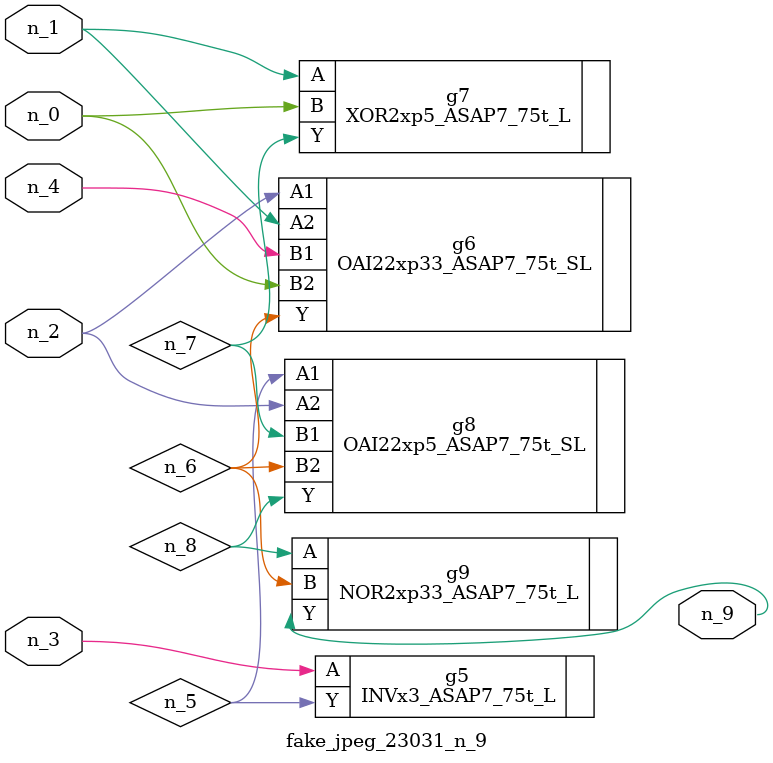
<source format=v>
module fake_jpeg_23031_n_9 (n_3, n_2, n_1, n_0, n_4, n_9);

input n_3;
input n_2;
input n_1;
input n_0;
input n_4;

output n_9;

wire n_8;
wire n_6;
wire n_5;
wire n_7;

INVx3_ASAP7_75t_L g5 ( 
.A(n_3),
.Y(n_5)
);

OAI22xp33_ASAP7_75t_SL g6 ( 
.A1(n_2),
.A2(n_1),
.B1(n_4),
.B2(n_0),
.Y(n_6)
);

XOR2xp5_ASAP7_75t_L g7 ( 
.A(n_1),
.B(n_0),
.Y(n_7)
);

OAI22xp5_ASAP7_75t_SL g8 ( 
.A1(n_5),
.A2(n_2),
.B1(n_7),
.B2(n_6),
.Y(n_8)
);

NOR2xp33_ASAP7_75t_L g9 ( 
.A(n_8),
.B(n_6),
.Y(n_9)
);


endmodule
</source>
